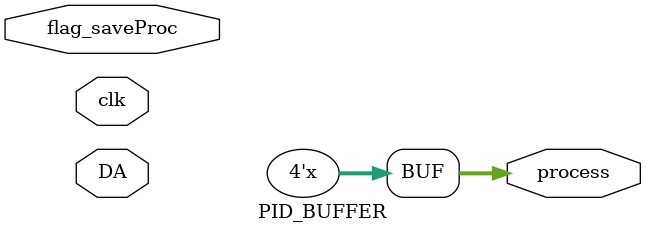
<source format=v>
/*M´odulo que armazena o valor do processo corrente
sempre referenciado pelo registardor 26
*/

module PID_BUFFER (clk, DA, flag_saveProc, process);
	input clk;
	input [31:0] DA;
	reg [3:0] buffer; //buffer que armazena o processo corrente
	input flag_saveProc; //flag vindo das UC que indica que ´e uma instrucao de saveProc
	output reg [3:0] process;
	
	always @(clk) begin 
	
		if(flag_saveProc)
			buffer<= DA; // vindo do registrador 26
			
		process <=buffer; //valor do processo corrente;
	end
	
endmodule 
</source>
